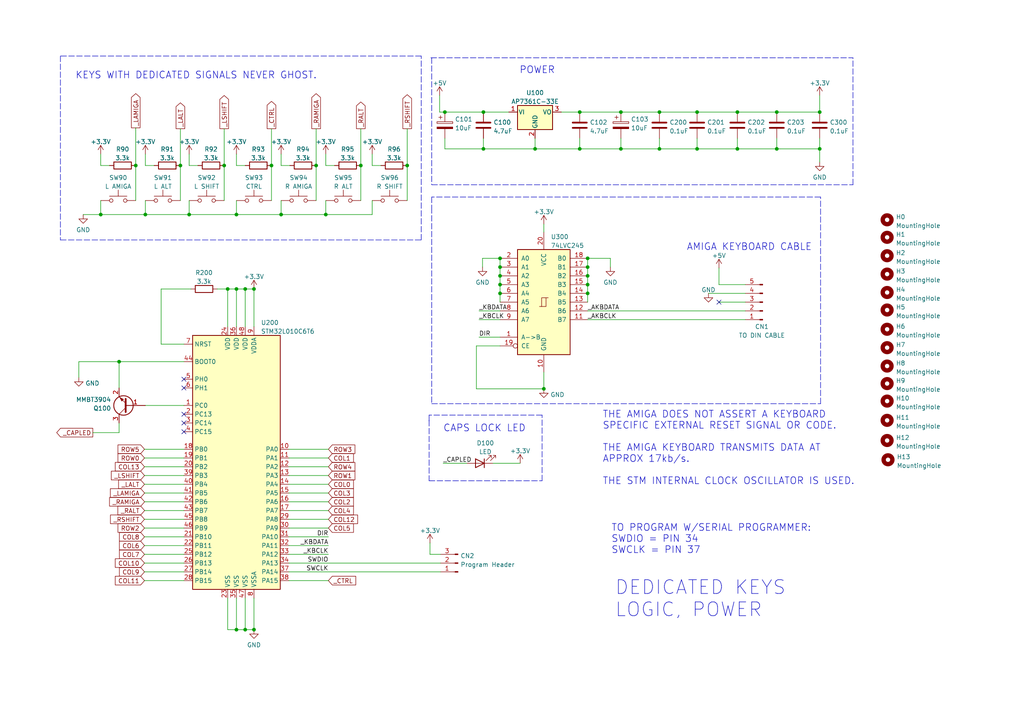
<source format=kicad_sch>
(kicad_sch (version 20211123) (generator eeschema)
  (paper "A4")
  (title_block (title "Amiga Keyboard") (date "2022-09-20") (rev "1"))
  (lib_symbols
    (symbol "74xx:74HC245" (pin_names (offset 1.016))
      (property "Reference" "U" (at -7.62 16.51 0))
      (property "Value" "74HC245" (at -7.62 -16.51 0))
      (symbol "74HC245_1_0"
        (polyline (pts (xy -0.635 -1.27) (xy -0.635 1.27) (xy 0.635 1.27)))
        (polyline (pts (xy -1.27 -1.27) (xy 0.635 -1.27) (xy 0.635 1.27) (xy 1.27 1.27)))
        (pin input line (at -12.7 -10.16 0) (length 5.08) (name "A->B") (number "1"))
        (pin power_in line (at 0 -20.32 90) (length 5.08) (name "GND") (number "10"))
        (pin tri_state line (at 12.7 -5.08 180) (length 5.08) (name "B7") (number "11"))
        (pin tri_state line (at 12.7 -2.54 180) (length 5.08) (name "B6") (number "12"))
        (pin tri_state line (at 12.7 0 180) (length 5.08) (name "B5") (number "13"))
        (pin tri_state line (at 12.7 2.54 180) (length 5.08) (name "B4") (number "14"))
        (pin tri_state line (at 12.7 5.08 180) (length 5.08) (name "B3") (number "15"))
        (pin tri_state line (at 12.7 7.62 180) (length 5.08) (name "B2") (number "16"))
        (pin tri_state line (at 12.7 10.16 180) (length 5.08) (name "B1") (number "17"))
        (pin tri_state line (at 12.7 12.7 180) (length 5.08) (name "B0") (number "18"))
        (pin input inverted (at -12.7 -12.7 0) (length 5.08) (name "CE") (number "19"))
        (pin tri_state line (at -12.7 12.7 0) (length 5.08) (name "A0") (number "2"))
        (pin power_in line (at 0 20.32 270) (length 5.08) (name "VCC") (number "20"))
        (pin tri_state line (at -12.7 10.16 0) (length 5.08) (name "A1") (number "3"))
        (pin tri_state line (at -12.7 7.62 0) (length 5.08) (name "A2") (number "4"))
        (pin tri_state line (at -12.7 5.08 0) (length 5.08) (name "A3") (number "5"))
        (pin tri_state line (at -12.7 2.54 0) (length 5.08) (name "A4") (number "6"))
        (pin tri_state line (at -12.7 0 0) (length 5.08) (name "A5") (number "7"))
        (pin tri_state line (at -12.7 -2.54 0) (length 5.08) (name "A6") (number "8"))
        (pin tri_state line (at -12.7 -5.08 0) (length 5.08) (name "A7") (number "9"))
      )
      (symbol "74HC245_1_1"
        (rectangle (start -7.62 15.24) (end 7.62 -15.24) (stroke (width 0.254)) (fill (type background)))
      )
    )
    (symbol "Connector:Conn_01x03_Male" (pin_names (offset 1.016) hide)
      (property "Reference" "J" (at 0 5.08 0))
      (property "Value" "Conn_01x03_Male" (at 0 -5.08 0))
      (symbol "Conn_01x03_Male_1_1"
        (polyline (pts (xy 1.27 -2.54) (xy 0.8636 -2.54)) (stroke (width 0.1524)))
        (polyline (pts (xy 1.27 0) (xy 0.8636 0)) (stroke (width 0.1524)))
        (polyline (pts (xy 1.27 2.54) (xy 0.8636 2.54)) (stroke (width 0.1524)))
        (rectangle (start 0.8636 -2.413) (end 0 -2.667) (stroke (width 0.1524)) (fill (type outline)))
        (rectangle (start 0.8636 0.127) (end 0 -0.127) (stroke (width 0.1524)) (fill (type outline)))
        (rectangle (start 0.8636 2.667) (end 0 2.413) (stroke (width 0.1524)) (fill (type outline)))
        (pin passive line (at 5.08 2.54 180) (length 3.81) (name "Pin_1") (number "1"))
        (pin passive line (at 5.08 0 180) (length 3.81) (name "Pin_2") (number "2"))
        (pin passive line (at 5.08 -2.54 180) (length 3.81) (name "Pin_3") (number "3"))
      )
    )
    (symbol "Connector:Conn_01x05_Male" (pin_names (offset 1.016) hide)
      (property "Reference" "J" (at 0 7.62 0))
      (property "Value" "Conn_01x05_Male" (at 0 -7.62 0))
      (symbol "Conn_01x05_Male_1_1"
        (polyline (pts (xy 1.27 -5.08) (xy 0.8636 -5.08)) (stroke (width 0.1524)))
        (polyline (pts (xy 1.27 -2.54) (xy 0.8636 -2.54)) (stroke (width 0.1524)))
        (polyline (pts (xy 1.27 0) (xy 0.8636 0)) (stroke (width 0.1524)))
        (polyline (pts (xy 1.27 2.54) (xy 0.8636 2.54)) (stroke (width 0.1524)))
        (polyline (pts (xy 1.27 5.08) (xy 0.8636 5.08)) (stroke (width 0.1524)))
        (rectangle (start 0.8636 -4.953) (end 0 -5.207) (stroke (width 0.1524)) (fill (type outline)))
        (rectangle (start 0.8636 -2.413) (end 0 -2.667) (stroke (width 0.1524)) (fill (type outline)))
        (rectangle (start 0.8636 0.127) (end 0 -0.127) (stroke (width 0.1524)) (fill (type outline)))
        (rectangle (start 0.8636 2.667) (end 0 2.413) (stroke (width 0.1524)) (fill (type outline)))
        (rectangle (start 0.8636 5.207) (end 0 4.953) (stroke (width 0.1524)) (fill (type outline)))
        (pin passive line (at 5.08 5.08 180) (length 3.81) (name "Pin_1") (number "1"))
        (pin passive line (at 5.08 2.54 180) (length 3.81) (name "Pin_2") (number "2"))
        (pin passive line (at 5.08 0 180) (length 3.81) (name "Pin_3") (number "3"))
        (pin passive line (at 5.08 -2.54 180) (length 3.81) (name "Pin_4") (number "4"))
        (pin passive line (at 5.08 -5.08 180) (length 3.81) (name "Pin_5") (number "5"))
      )
    )
    (symbol "Device:C" (pin_numbers hide) (pin_names (offset 0.254))
      (property "Reference" "C" (at 0.635 2.54 0))
      (property "Value" "C" (at 0.635 -2.54 0))
      (symbol "C_0_1"
        (polyline (pts (xy -2.032 -0.762) (xy 2.032 -0.762)) (stroke (width 0.508)))
        (polyline (pts (xy -2.032 0.762) (xy 2.032 0.762)) (stroke (width 0.508)))
      )
      (symbol "C_1_1"
        (pin passive line (at 0 3.81 270) (length 2.794) (name "~") (number "1"))
        (pin passive line (at 0 -3.81 90) (length 2.794) (name "~") (number "2"))
      )
    )
    (symbol "Device:C_Polarized" (pin_numbers hide) (pin_names (offset 0.254))
      (property "Reference" "C" (at 0.635 2.54 0))
      (property "Value" "C_Polarized" (at 0.635 -2.54 0))
      (symbol "C_Polarized_0_1"
        (rectangle (start -2.286 0.508) (end 2.286 1.016))
        (polyline (pts (xy -1.778 2.286) (xy -0.762 2.286)))
        (polyline (pts (xy -1.27 2.794) (xy -1.27 1.778)))
        (rectangle (start 2.286 -0.508) (end -2.286 -1.016) (fill (type outline)))
      )
      (symbol "C_Polarized_1_1"
        (pin passive line (at 0 3.81 270) (length 2.794) (name "~") (number "1"))
        (pin passive line (at 0 -3.81 90) (length 2.794) (name "~") (number "2"))
      )
    )
    (symbol "Device:LED" (pin_numbers hide) (pin_names (offset 1.016) hide)
      (property "Reference" "D" (at 0 2.54 0))
      (property "Value" "LED" (at 0 -2.54 0))
      (symbol "LED_0_1"
        (polyline (pts (xy -1.27 -1.27) (xy -1.27 1.27)) (stroke (width 0.254)))
        (polyline (pts (xy -1.27 0) (xy 1.27 0)))
        (polyline (pts (xy 1.27 -1.27) (xy 1.27 1.27) (xy -1.27 0) (xy 1.27 -1.27)) (stroke (width 0.254)))
        (polyline (pts (xy -3.048 -0.762) (xy -4.572 -2.286) (xy -3.81 -2.286) (xy -4.572 -2.286) (xy -4.572 -1.524)))
        (polyline (pts (xy -1.778 -0.762) (xy -3.302 -2.286) (xy -2.54 -2.286) (xy -3.302 -2.286) (xy -3.302 -1.524)))
      )
      (symbol "LED_1_1"
        (pin passive line (at -3.81 0 0) (length 2.54) (name "K") (number "1"))
        (pin passive line (at 3.81 0 180) (length 2.54) (name "A") (number "2"))
      )
    )
    (symbol "Device:R" (pin_numbers hide) (pin_names (offset 0))
      (property "Reference" "R" (at 2.032 0 90))
      (property "Value" "R" (at 0 0 90))
      (symbol "R_0_1"
        (rectangle (start -1.016 -2.54) (end 1.016 2.54) (stroke (width 0.254)))
      )
      (symbol "R_1_1"
        (pin passive line (at 0 3.81 270) (length 1.27) (name "~") (number "1"))
        (pin passive line (at 0 -3.81 90) (length 1.27) (name "~") (number "2"))
      )
    )
    (symbol "MCU_ST_STM32L0:STM32L031C4Tx"
      (property "Reference" "U" (at -12.7 36.83 0))
      (property "Value" "STM32L031C4Tx" (at 7.62 36.83 0))
      (symbol "STM32L031C4Tx_0_1"
        (rectangle (start -12.7 -38.1) (end 12.7 35.56) (stroke (width 0.254)) (fill (type background)))
      )
      (symbol "STM32L031C4Tx_1_1"
        (pin bidirectional line (at -15.24 15.24 0) (length 2.54) (name "PC0") (number "1"))
        (pin bidirectional line (at 15.24 2.54 180) (length 2.54) (name "PA0") (number "10"))
        (pin bidirectional line (at 15.24 0 180) (length 2.54) (name "PA1") (number "11"))
        (pin bidirectional line (at 15.24 -2.54 180) (length 2.54) (name "PA2") (number "12"))
        (pin bidirectional line (at 15.24 -5.08 180) (length 2.54) (name "PA3") (number "13"))
        (pin bidirectional line (at 15.24 -7.62 180) (length 2.54) (name "PA4") (number "14"))
        (pin bidirectional line (at 15.24 -10.16 180) (length 2.54) (name "PA5") (number "15"))
        (pin bidirectional line (at 15.24 -12.7 180) (length 2.54) (name "PA6") (number "16"))
        (pin bidirectional line (at 15.24 -15.24 180) (length 2.54) (name "PA7") (number "17"))
        (pin bidirectional line (at -15.24 2.54 0) (length 2.54) (name "PB0") (number "18"))
        (pin bidirectional line (at -15.24 0 0) (length 2.54) (name "PB1") (number "19"))
        (pin bidirectional line (at -15.24 12.7 0) (length 2.54) (name "PC13") (number "2"))
        (pin bidirectional line (at -15.24 -2.54 0) (length 2.54) (name "PB2") (number "20"))
        (pin bidirectional line (at -15.24 -22.86 0) (length 2.54) (name "PB10") (number "21"))
        (pin bidirectional line (at -15.24 -25.4 0) (length 2.54) (name "PB11") (number "22"))
        (pin power_in line (at -2.54 -40.64 90) (length 2.54) (name "VSS") (number "23"))
        (pin power_in line (at -2.54 38.1 270) (length 2.54) (name "VDD") (number "24"))
        (pin bidirectional line (at -15.24 -27.94 0) (length 2.54) (name "PB12") (number "25"))
        (pin bidirectional line (at -15.24 -30.48 0) (length 2.54) (name "PB13") (number "26"))
        (pin bidirectional line (at -15.24 -33.02 0) (length 2.54) (name "PB14") (number "27"))
        (pin bidirectional line (at -15.24 -35.56 0) (length 2.54) (name "PB15") (number "28"))
        (pin bidirectional line (at 15.24 -17.78 180) (length 2.54) (name "PA8") (number "29"))
        (pin bidirectional line (at -15.24 10.16 0) (length 2.54) (name "PC14") (number "3"))
        (pin bidirectional line (at 15.24 -20.32 180) (length 2.54) (name "PA9") (number "30"))
        (pin bidirectional line (at 15.24 -22.86 180) (length 2.54) (name "PA10") (number "31"))
        (pin bidirectional line (at 15.24 -25.4 180) (length 2.54) (name "PA11") (number "32"))
        (pin bidirectional line (at 15.24 -27.94 180) (length 2.54) (name "PA12") (number "33"))
        (pin bidirectional line (at 15.24 -30.48 180) (length 2.54) (name "PA13") (number "34"))
        (pin power_in line (at 0 -40.64 90) (length 2.54) (name "VSS") (number "35"))
        (pin power_in line (at 0 38.1 270) (length 2.54) (name "VDD") (number "36"))
        (pin bidirectional line (at 15.24 -33.02 180) (length 2.54) (name "PA14") (number "37"))
        (pin bidirectional line (at 15.24 -35.56 180) (length 2.54) (name "PA15") (number "38"))
        (pin bidirectional line (at -15.24 -5.08 0) (length 2.54) (name "PB3") (number "39"))
        (pin bidirectional line (at -15.24 7.62 0) (length 2.54) (name "PC15") (number "4"))
        (pin bidirectional line (at -15.24 -7.62 0) (length 2.54) (name "PB4") (number "40"))
        (pin bidirectional line (at -15.24 -10.16 0) (length 2.54) (name "PB5") (number "41"))
        (pin bidirectional line (at -15.24 -12.7 0) (length 2.54) (name "PB6") (number "42"))
        (pin bidirectional line (at -15.24 -15.24 0) (length 2.54) (name "PB7") (number "43"))
        (pin input line (at -15.24 27.94 0) (length 2.54) (name "BOOT0") (number "44"))
        (pin bidirectional line (at -15.24 -17.78 0) (length 2.54) (name "PB8") (number "45"))
        (pin bidirectional line (at -15.24 -20.32 0) (length 2.54) (name "PB9") (number "46"))
        (pin power_in line (at 2.54 -40.64 90) (length 2.54) (name "VSS") (number "47"))
        (pin power_in line (at 2.54 38.1 270) (length 2.54) (name "VDD") (number "48"))
        (pin input line (at -15.24 22.86 0) (length 2.54) (name "PH0") (number "5"))
        (pin input line (at -15.24 20.32 0) (length 2.54) (name "PH1") (number "6"))
        (pin input line (at -15.24 33.02 0) (length 2.54) (name "NRST") (number "7"))
        (pin power_in line (at 5.08 -40.64 90) (length 2.54) (name "VSSA") (number "8"))
        (pin power_in line (at 5.08 38.1 270) (length 2.54) (name "VDDA") (number "9"))
      )
    )
    (symbol "Mechanical:MountingHole" (pin_names (offset 1.016))
      (property "Reference" "H" (at 0 5.08 0))
      (property "Value" "MountingHole" (at 0 3.175 0))
      (symbol "MountingHole_0_1"
        (circle (center 0 0) (radius 1.27) (stroke (width 1.27)))
      )
    )
    (symbol "Regulator_Linear:AP7361C-33E" (pin_names (offset 0.254))
      (property "Reference" "U" (at -3.81 3.175 0))
      (property "Value" "AP7361C-33E" (at 0 3.175 0))
      (symbol "AP7361C-33E_0_1"
        (rectangle (start -5.08 -5.08) (end 5.08 1.905) (stroke (width 0.254)) (fill (type background)))
      )
      (symbol "AP7361C-33E_1_1"
        (pin power_in line (at -7.62 0 0) (length 2.54) (name "VI") (number "1"))
        (pin power_in line (at 0 -7.62 90) (length 2.54) (name "GND") (number "2"))
        (pin power_out line (at 7.62 0 180) (length 2.54) (name "VO") (number "3"))
      )
    )
    (symbol "Switch:SW_Push" (pin_numbers hide) (pin_names (offset 1.016) hide)
      (property "Reference" "SW" (at 1.27 2.54 0))
      (property "Value" "SW_Push" (at 0 -1.524 0))
      (symbol "SW_Push_0_1"
        (circle (center -2.032 0) (radius 0.508))
        (polyline (pts (xy 0 1.27) (xy 0 3.048)))
        (polyline (pts (xy 2.54 1.27) (xy -2.54 1.27)))
        (circle (center 2.032 0) (radius 0.508))
        (pin passive line (at -5.08 0 0) (length 2.54) (name "1") (number "1"))
        (pin passive line (at 5.08 0 180) (length 2.54) (name "2") (number "2"))
      )
    )
    (symbol "Transistor_BJT:MMBT3904" (pin_names (offset 0) hide)
      (property "Reference" "Q" (at 5.08 1.905 0))
      (property "Value" "MMBT3904" (at 5.08 0 0))
      (symbol "MMBT3904_0_1"
        (polyline (pts (xy 0.635 0.635) (xy 2.54 2.54)))
        (polyline (pts (xy 0.635 -0.635) (xy 2.54 -2.54) (xy 2.54 -2.54)))
        (polyline (pts (xy 0.635 1.905) (xy 0.635 -1.905) (xy 0.635 -1.905)) (stroke (width 0.508)))
        (polyline (pts (xy 1.27 -1.778) (xy 1.778 -1.27) (xy 2.286 -2.286) (xy 1.27 -1.778) (xy 1.27 -1.778)) (fill (type outline)))
        (circle (center 1.27 0) (radius 2.8194) (stroke (width 0.254)))
      )
      (symbol "MMBT3904_1_1"
        (pin input line (at -5.08 0 0) (length 5.715) (name "B") (number "1"))
        (pin passive line (at 2.54 -5.08 90) (length 2.54) (name "E") (number "2"))
        (pin passive line (at 2.54 5.08 270) (length 2.54) (name "C") (number "3"))
      )
    )
    (symbol "power:+3.3V" (power) (pin_names (offset 0))
      (property "Value" "+3.3V" (at 0 3.556 0))
      (symbol "+3.3V_0_1"
        (polyline (pts (xy -0.762 1.27) (xy 0 2.54)))
        (polyline (pts (xy 0 0) (xy 0 2.54)))
        (polyline (pts (xy 0 2.54) (xy 0.762 1.27)))
      )
      (symbol "+3.3V_1_1"
        (pin power_in line (at 0 0 90) (length 0) hide (name "+3.3V") (number "1"))
      )
    )
    (symbol "power:+5V" (power) (pin_names (offset 0))
      (property "Value" "+5V" (at 0 3.556 0))
      (symbol "+5V_0_1"
        (polyline (pts (xy -0.762 1.27) (xy 0 2.54)))
        (polyline (pts (xy 0 0) (xy 0 2.54)))
        (polyline (pts (xy 0 2.54) (xy 0.762 1.27)))
      )
      (symbol "+5V_1_1"
        (pin power_in line (at 0 0 90) (length 0) hide (name "+5V") (number "1"))
      )
    )
    (symbol "power:GND" (power) (pin_names (offset 0))
      (property "Value" "GND" (at 0 -3.81 0))
      (symbol "GND_0_1"
        (polyline (pts (xy 0 0) (xy 0 -1.27) (xy 1.27 -1.27) (xy 0 -2.54) (xy -1.27 -1.27) (xy 0 -1.27)))
      )
      (symbol "GND_1_1"
        (pin power_in line (at 0 0 270) (length 0) hide (name "GND") (number "1"))
      )
    )
  )
  (junction (at 145.034 85.09))
  (junction (at 145.034 74.93))
  (junction (at 71.12 83.82))
  (junction (at 180.086 32.512))
  (junction (at 104.648 48.006))
  (junction (at 73.66 182.626))
  (junction (at 191.262 43.18))
  (junction (at 225.298 32.512))
  (junction (at 202.184 43.18))
  (junction (at 180.086 43.18))
  (junction (at 78.74 48.006))
  (junction (at 66.04 83.82))
  (junction (at 191.262 32.512))
  (junction (at 145.034 82.55))
  (junction (at 170.434 82.55))
  (junction (at 71.12 182.626))
  (junction (at 39.37 48.006))
  (junction (at 213.868 43.18))
  (junction (at 170.434 85.09))
  (junction (at 91.694 48.006))
  (junction (at 145.034 80.01))
  (junction (at 52.324 48.006))
  (junction (at 213.868 32.512))
  (junction (at 170.434 80.01))
  (junction (at 170.434 74.93))
  (junction (at 94.488 62.23))
  (junction (at 170.434 77.47))
  (junction (at 42.164 62.23))
  (junction (at 237.744 43.18))
  (junction (at 140.208 43.18))
  (junction (at 118.11 48.006))
  (junction (at 54.864 62.23))
  (junction (at 68.58 83.82))
  (junction (at 81.534 62.23))
  (junction (at 155.194 43.18))
  (junction (at 129.032 32.512))
  (junction (at 73.66 83.82))
  (junction (at 68.58 182.626))
  (junction (at 157.734 112.776))
  (junction (at 202.184 32.512))
  (junction (at 34.544 104.902))
  (junction (at 168.148 32.512))
  (junction (at 65.024 48.006))
  (junction (at 145.034 77.47))
  (junction (at 29.21 62.23))
  (junction (at 237.744 32.512))
  (junction (at 140.208 32.512))
  (junction (at 68.58 62.23))
  (junction (at 168.148 43.18))
  (junction (at 225.298 43.18))
  (no_connect (at 208.534 87.63))
  (no_connect (at 53.34 125.222))
  (no_connect (at 53.34 122.682))
  (no_connect (at 53.34 120.142))
  (no_connect (at 53.34 112.522))
  (no_connect (at 53.34 109.982))
  (wire (pts (xy 68.58 44.704) (xy 68.58 48.006)))
  (wire (pts (xy 83.82 145.542) (xy 95.25 145.542)))
  (wire (pts (xy 66.04 182.626) (xy 68.58 182.626)))
  (wire (pts (xy 118.11 48.006) (xy 118.11 58.166)))
  (wire (pts (xy 78.74 37.338) (xy 78.74 48.006)))
  (wire (pts (xy 71.12 173.482) (xy 71.12 182.626)))
  (wire (pts (xy 145.034 77.47) (xy 145.034 74.93)))
  (wire (pts (xy 168.148 43.18) (xy 180.086 43.18)))
  (wire (pts (xy 39.37 37.084) (xy 39.37 48.006)))
  (wire (pts (xy 170.434 90.17) (xy 216.154 90.17)))
  (wire (pts (xy 83.82 153.162) (xy 95.25 153.162)))
  (wire (pts (xy 41.91 165.862) (xy 53.34 165.862)))
  (wire (pts (xy 129.032 32.512) (xy 127.508 32.512)))
  (wire (pts (xy 168.148 40.132) (xy 168.148 43.18)))
  (wire (pts (xy 68.58 173.482) (xy 68.58 182.626)))
  (wire (pts (xy 145.034 74.93) (xy 139.954 74.93)))
  (wire (pts (xy 68.58 83.82) (xy 68.58 94.742)))
  (wire (pts (xy 54.864 44.704) (xy 54.864 48.006)))
  (wire (pts (xy 83.82 140.462) (xy 95.25 140.462)))
  (wire (pts (xy 213.868 43.18) (xy 225.298 43.18)))
  (wire (pts (xy 42.164 117.602) (xy 53.34 117.602)))
  (wire (pts (xy 78.74 48.006) (xy 78.74 58.166)))
  (wire (pts (xy 71.12 83.82) (xy 73.66 83.82)))
  (wire (pts (xy 138.938 90.17) (xy 145.034 90.17)))
  (wire (pts (xy 157.734 107.95) (xy 157.734 112.776)))
  (wire (pts (xy 191.262 43.18) (xy 202.184 43.18)))
  (wire (pts (xy 41.91 135.382) (xy 53.34 135.382)))
  (wire (pts (xy 225.298 32.512) (xy 237.744 32.512)))
  (wire (pts (xy 168.148 32.512) (xy 180.086 32.512)))
  (wire (pts (xy 41.91 168.402) (xy 53.34 168.402)))
  (polyline (pts (xy 122.174 16.256) (xy 17.526 16.256)))
  (wire (pts (xy 66.04 94.742) (xy 66.04 83.82)))
  (polyline (pts (xy 237.998 57.15) (xy 125.222 57.15)))
  (wire (pts (xy 66.04 173.482) (xy 66.04 182.626)))
  (wire (pts (xy 42.164 58.166) (xy 42.164 62.23)))
  (wire (pts (xy 81.534 62.23) (xy 94.488 62.23)))
  (wire (pts (xy 145.034 87.63) (xy 145.034 85.09)))
  (wire (pts (xy 225.298 40.132) (xy 225.298 43.18)))
  (wire (pts (xy 41.91 163.322) (xy 53.34 163.322)))
  (wire (pts (xy 145.034 82.55) (xy 145.034 80.01)))
  (wire (pts (xy 42.164 62.23) (xy 54.864 62.23)))
  (wire (pts (xy 95.25 168.402) (xy 83.82 168.402)))
  (wire (pts (xy 138.176 100.33) (xy 145.034 100.33)))
  (wire (pts (xy 41.91 150.622) (xy 53.34 150.622)))
  (wire (pts (xy 83.82 148.082) (xy 95.25 148.082)))
  (wire (pts (xy 107.95 44.704) (xy 107.95 48.006)))
  (wire (pts (xy 237.744 43.18) (xy 237.744 46.99)))
  (wire (pts (xy 157.734 65.024) (xy 157.734 67.31)))
  (wire (pts (xy 180.086 40.132) (xy 180.086 43.18)))
  (wire (pts (xy 170.434 80.01) (xy 170.434 82.55)))
  (polyline (pts (xy 122.174 69.596) (xy 122.174 16.256)))
  (wire (pts (xy 83.82 143.002) (xy 95.25 143.002)))
  (wire (pts (xy 41.9435 145.542) (xy 53.34 145.542)))
  (wire (pts (xy 180.086 32.512) (xy 191.262 32.512)))
  (wire (pts (xy 170.434 74.93) (xy 170.434 77.47)))
  (wire (pts (xy 31.75 48.006) (xy 29.21 48.006)))
  (wire (pts (xy 118.11 37.338) (xy 118.11 48.006)))
  (wire (pts (xy 83.82 165.862) (xy 127.762 165.862)))
  (polyline (pts (xy 157.226 139.446) (xy 157.226 120.396)))
  (wire (pts (xy 83.82 150.622) (xy 95.25 150.622)))
  (wire (pts (xy 91.694 37.338) (xy 91.694 48.006)))
  (wire (pts (xy 191.262 32.512) (xy 202.184 32.512)))
  (wire (pts (xy 68.58 182.626) (xy 71.12 182.626)))
  (wire (pts (xy 41.91 140.462) (xy 53.34 140.462)))
  (wire (pts (xy 41.91 153.162) (xy 53.34 153.162)))
  (wire (pts (xy 104.648 48.006) (xy 104.648 58.166)))
  (wire (pts (xy 147.574 32.512) (xy 140.208 32.512)))
  (wire (pts (xy 62.992 83.82) (xy 66.04 83.82)))
  (wire (pts (xy 65.024 37.338) (xy 65.024 48.006)))
  (polyline (pts (xy 17.526 16.256) (xy 17.526 69.596)))
  (wire (pts (xy 41.9435 148.082) (xy 53.34 148.082)))
  (wire (pts (xy 157.734 112.776) (xy 138.176 112.776)))
  (polyline (pts (xy 124.46 120.396) (xy 124.46 122.174)))
  (wire (pts (xy 94.488 58.166) (xy 94.488 62.23)))
  (wire (pts (xy 216.154 82.55) (xy 208.534 82.55)))
  (wire (pts (xy 71.12 83.82) (xy 71.12 94.742)))
  (wire (pts (xy 41.91 132.842) (xy 53.34 132.842)))
  (wire (pts (xy 202.184 43.18) (xy 213.868 43.18)))
  (wire (pts (xy 41.91 155.702) (xy 53.34 155.702)))
  (polyline (pts (xy 125.222 117.094) (xy 237.998 117.094)))
  (wire (pts (xy 68.58 58.166) (xy 68.58 62.23)))
  (wire (pts (xy 29.21 62.23) (xy 42.164 62.23)))
  (wire (pts (xy 83.82 137.922) (xy 95.25 137.922)))
  (wire (pts (xy 41.91 158.242) (xy 53.34 158.242)))
  (polyline (pts (xy 125.222 16.764) (xy 125.222 53.594)))
  (wire (pts (xy 83.82 132.842) (xy 95.25 132.842)))
  (wire (pts (xy 94.488 44.704) (xy 94.488 48.006)))
  (polyline (pts (xy 124.46 139.446) (xy 157.226 139.446)))
  (wire (pts (xy 170.434 85.09) (xy 170.434 87.63)))
  (wire (pts (xy 91.694 48.006) (xy 91.694 58.166)))
  (polyline (pts (xy 17.526 69.596) (xy 122.174 69.596)))
  (wire (pts (xy 65.024 48.006) (xy 65.024 58.166)))
  (wire (pts (xy 110.49 48.006) (xy 107.95 48.006)))
  (polyline (pts (xy 124.968 16.764) (xy 247.396 16.764)))
  (wire (pts (xy 41.9435 143.002) (xy 53.34 143.002)))
  (wire (pts (xy 177.038 74.93) (xy 177.038 77.47)))
  (wire (pts (xy 46.736 99.822) (xy 46.736 83.82)))
  (wire (pts (xy 42.164 44.704) (xy 42.164 48.006)))
  (wire (pts (xy 104.648 37.338) (xy 104.648 48.006)))
  (wire (pts (xy 138.176 112.776) (xy 138.176 100.33)))
  (wire (pts (xy 145.034 85.09) (xy 145.034 82.55)))
  (wire (pts (xy 129.032 40.132) (xy 129.032 43.18)))
  (wire (pts (xy 24.13 62.23) (xy 29.21 62.23)))
  (wire (pts (xy 83.82 163.322) (xy 127.762 163.322)))
  (wire (pts (xy 237.744 40.132) (xy 237.744 43.18)))
  (wire (pts (xy 41.91 137.922) (xy 53.34 137.922)))
  (polyline (pts (xy 125.222 57.15) (xy 125.222 60.198)))
  (wire (pts (xy 129.032 43.18) (xy 140.208 43.18)))
  (wire (pts (xy 57.404 48.006) (xy 54.864 48.006)))
  (polyline (pts (xy 157.226 120.396) (xy 124.46 120.396)))
  (wire (pts (xy 34.544 122.682) (xy 34.544 125.476)))
  (wire (pts (xy 140.208 32.512) (xy 129.032 32.512)))
  (wire (pts (xy 213.868 40.132) (xy 213.868 43.18)))
  (wire (pts (xy 138.938 97.79) (xy 145.034 97.79)))
  (wire (pts (xy 237.744 27.686) (xy 237.744 32.512)))
  (wire (pts (xy 41.91 130.302) (xy 53.34 130.302)))
  (wire (pts (xy 83.82 130.302) (xy 95.25 130.302)))
  (wire (pts (xy 54.864 58.166) (xy 54.864 62.23)))
  (wire (pts (xy 52.324 48.006) (xy 52.324 58.166)))
  (wire (pts (xy 170.434 77.47) (xy 170.434 80.01)))
  (wire (pts (xy 155.194 40.132) (xy 155.194 43.18)))
  (wire (pts (xy 202.184 32.512) (xy 213.868 32.512)))
  (wire (pts (xy 94.488 62.23) (xy 107.95 62.23)))
  (polyline (pts (xy 124.46 121.92) (xy 124.46 139.446)))
  (wire (pts (xy 225.298 43.18) (xy 237.744 43.18)))
  (wire (pts (xy 208.534 77.724) (xy 208.534 82.55)))
  (wire (pts (xy 84.074 48.006) (xy 81.534 48.006)))
  (wire (pts (xy 213.868 32.512) (xy 225.298 32.512)))
  (wire (pts (xy 81.534 58.166) (xy 81.534 62.23)))
  (wire (pts (xy 81.534 44.704) (xy 81.534 48.006)))
  (wire (pts (xy 216.154 85.09) (xy 205.486 85.09)))
  (wire (pts (xy 180.086 43.18) (xy 191.262 43.18)))
  (wire (pts (xy 39.37 48.006) (xy 39.37 58.166)))
  (wire (pts (xy 41.91 160.782) (xy 53.34 160.782)))
  (wire (pts (xy 138.938 92.71) (xy 145.034 92.71)))
  (wire (pts (xy 140.208 43.18) (xy 155.194 43.18)))
  (wire (pts (xy 162.814 32.512) (xy 168.148 32.512)))
  (wire (pts (xy 83.82 135.382) (xy 95.25 135.382)))
  (wire (pts (xy 29.21 58.166) (xy 29.21 62.23)))
  (wire (pts (xy 71.12 48.006) (xy 68.58 48.006)))
  (wire (pts (xy 34.544 104.902) (xy 53.34 104.902)))
  (polyline (pts (xy 125.222 53.594) (xy 247.396 53.594)))
  (wire (pts (xy 202.184 40.132) (xy 202.184 43.18)))
  (wire (pts (xy 68.58 62.23) (xy 81.534 62.23)))
  (wire (pts (xy 139.954 74.93) (xy 139.954 77.47)))
  (wire (pts (xy 191.262 40.132) (xy 191.262 43.18)))
  (wire (pts (xy 34.544 125.476) (xy 26.924 125.476)))
  (wire (pts (xy 73.66 83.82) (xy 73.66 94.742)))
  (wire (pts (xy 170.434 74.93) (xy 177.038 74.93)))
  (wire (pts (xy 46.736 99.822) (xy 53.34 99.822)))
  (wire (pts (xy 52.324 37.338) (xy 52.324 48.006)))
  (wire (pts (xy 107.95 58.166) (xy 107.95 62.23)))
  (wire (pts (xy 127.508 27.686) (xy 127.508 32.512)))
  (wire (pts (xy 170.434 82.55) (xy 170.434 85.09)))
  (wire (pts (xy 83.82 158.242) (xy 95.25 158.242)))
  (wire (pts (xy 22.86 104.902) (xy 34.544 104.902)))
  (wire (pts (xy 145.034 80.01) (xy 145.034 77.47)))
  (wire (pts (xy 29.21 44.704) (xy 29.21 48.006)))
  (wire (pts (xy 73.66 182.626) (xy 73.66 173.482)))
  (wire (pts (xy 34.544 112.522) (xy 34.544 104.902)))
  (wire (pts (xy 143.002 134.366) (xy 150.876 134.366)))
  (polyline (pts (xy 125.222 60.198) (xy 125.222 117.094)))
  (wire (pts (xy 127.762 160.782) (xy 124.714 160.782)))
  (wire (pts (xy 216.154 87.63) (xy 208.534 87.63)))
  (wire (pts (xy 46.736 83.82) (xy 55.372 83.82)))
  (wire (pts (xy 22.86 104.902) (xy 22.86 109.474)))
  (wire (pts (xy 54.864 62.23) (xy 68.58 62.23)))
  (wire (pts (xy 83.82 160.782) (xy 95.25 160.782)))
  (wire (pts (xy 155.194 43.18) (xy 168.148 43.18)))
  (wire (pts (xy 68.58 83.82) (xy 71.12 83.82)))
  (wire (pts (xy 97.028 48.006) (xy 94.488 48.006)))
  (wire (pts (xy 128.524 134.366) (xy 135.382 134.366)))
  (wire (pts (xy 124.714 157.48) (xy 124.714 160.782)))
  (polyline (pts (xy 247.396 53.594) (xy 247.396 16.764)))
  (wire (pts (xy 44.704 48.006) (xy 42.164 48.006)))
  (wire (pts (xy 83.82 155.702) (xy 95.25 155.702)))
  (wire (pts (xy 66.04 83.82) (xy 68.58 83.82)))
  (wire (pts (xy 170.434 92.71) (xy 216.154 92.71)))
  (polyline (pts (xy 237.998 117.094) (xy 237.998 57.15)))
  (wire (pts (xy 140.208 40.132) (xy 140.208 43.18)))
  (wire (pts (xy 71.12 182.626) (xy 73.66 182.626)))
  (text "AMIGA KEYBOARD CABLE" (at 199.136 72.898 0) (effects (font (size 2 2)) (justify left bottom)))
  (text "TO PROGRAM W/SERIAL PROGRAMMER: \nSWDIO = PIN 34\nSWCLK = PIN 37" (at 177.292 160.782 0) (effects (font (size 2 2)) (justify left bottom)))
  (text "POWER" (at 150.622 21.59 0) (effects (font (size 2 2)) (justify left bottom)))
  (text "CAPS LOCK LED" (at 128.524 125.476 0) (effects (font (size 2 2)) (justify left bottom)))
  (text "KEYS WITH DEDICATED SIGNALS NEVER GHOST." (at 21.844 23.114 0) (effects (font (size 2 2)) (justify left bottom)))
  (text "THE AMIGA DOES NOT ASSERT A KEYBOARD\nSPECIFIC EXTERNAL RESET SIGNAL OR CODE.\n\nTHE AMIGA KEYBOARD TRANSMITS DATA AT\nAPPROX 17kb/s. \n\nTHE STM INTERNAL CLOCK OSCILLATOR IS USED.\n\n" (at 174.752 144.018 0) (effects (font (size 2 2)) (justify left bottom)))
  (text "DEDICATED KEYS\nLOGIC, POWER" (at 178.308 179.324 0) (effects (font (size 4 4)) (justify left bottom)))
  (label "SWCLK" (at 95.25 165.862 180))
  (label "DIR" (at 95.25 155.702 180))
  (label "_KBCLK" (at 95.25 160.782 180))
  (label "_AKBCLK" (at 170.434 92.71 0))
  (label "_KBCLK" (at 138.938 92.71 0))
  (label "SWDIO" (at 95.25 163.322 180))
  (label "_CAPLED" (at 128.524 134.366 0))
  (label "_KBDATA" (at 95.25 158.242 180))
  (label "DIR" (at 138.938 97.79 0))
  (label "_KBDATA" (at 138.938 90.17 0))
  (label "_AKBDATA" (at 170.434 90.17 0))
  (global_label "_LALT" (shape output) (at 52.324 37.338 90) (property "Intersheet References" "${INTERSHEET_REFS}" (effects hide)))
  (global_label "_CTRL" (shape input) (at 95.25 168.402 0) (property "Intersheet References" "${INTERSHEET_REFS}" (effects hide)))
  (global_label "ROW0" (shape input) (at 41.91 132.842 180) (property "Intersheet References" "${INTERSHEET_REFS}" (effects hide)))
  (global_label "ROW5" (shape input) (at 41.91 130.302 180) (property "Intersheet References" "${INTERSHEET_REFS}" (effects hide)))
  (global_label "_RAMIGA" (shape output) (at 91.694 37.338 90) (property "Intersheet References" "${INTERSHEET_REFS}" (effects hide)))
  (global_label "_LALT" (shape input) (at 41.91 140.462 180) (property "Intersheet References" "${INTERSHEET_REFS}" (effects hide)))
  (global_label "COL8" (shape input) (at 41.91 155.702 180) (property "Intersheet References" "${INTERSHEET_REFS}" (effects hide)))
  (global_label "_CAPLED" (shape output) (at 26.924 125.476 180) (property "Intersheet References" "${INTERSHEET_REFS}" (effects hide)))
  (global_label "_RAMIGA" (shape input) (at 41.9435 145.542 180) (property "Intersheet References" "${INTERSHEET_REFS}" (effects hide)))
  (global_label "COL5" (shape input) (at 95.25 153.162 0) (property "Intersheet References" "${INTERSHEET_REFS}" (effects hide)))
  (global_label "_RALT" (shape output) (at 104.648 37.338 90) (property "Intersheet References" "${INTERSHEET_REFS}" (effects hide)))
  (global_label "_LSHIFT" (shape output) (at 65.024 37.338 90) (property "Intersheet References" "${INTERSHEET_REFS}" (effects hide)))
  (global_label "COL12" (shape input) (at 95.25 150.622 0) (property "Intersheet References" "${INTERSHEET_REFS}" (effects hide)))
  (global_label "_LSHIFT" (shape input) (at 41.91 137.922 180) (property "Intersheet References" "${INTERSHEET_REFS}" (effects hide)))
  (global_label "_CTRL" (shape output) (at 78.74 37.338 90) (property "Intersheet References" "${INTERSHEET_REFS}" (effects hide)))
  (global_label "COL11" (shape input) (at 41.91 168.402 180) (property "Intersheet References" "${INTERSHEET_REFS}" (effects hide)))
  (global_label "COL6" (shape input) (at 41.91 158.242 180) (property "Intersheet References" "${INTERSHEET_REFS}" (effects hide)))
  (global_label "COL9" (shape input) (at 41.91 165.862 180) (property "Intersheet References" "${INTERSHEET_REFS}" (effects hide)))
  (global_label "ROW3" (shape input) (at 95.25 130.302 0) (property "Intersheet References" "${INTERSHEET_REFS}" (effects hide)))
  (global_label "COL2" (shape input) (at 95.25 145.542 0) (property "Intersheet References" "${INTERSHEET_REFS}" (effects hide)))
  (global_label "_RSHIFT" (shape input) (at 41.91 150.622 180) (property "Intersheet References" "${INTERSHEET_REFS}" (effects hide)))
  (global_label "ROW1" (shape input) (at 95.25 137.922 0) (property "Intersheet References" "${INTERSHEET_REFS}" (effects hide)))
  (global_label "_RALT" (shape input) (at 41.9435 148.082 180) (property "Intersheet References" "${INTERSHEET_REFS}" (effects hide)))
  (global_label "COL13" (shape input) (at 41.91 135.382 180) (property "Intersheet References" "${INTERSHEET_REFS}" (effects hide)))
  (global_label "_RSHIFT" (shape output) (at 118.11 37.338 90) (property "Intersheet References" "${INTERSHEET_REFS}" (effects hide)))
  (global_label "ROW2" (shape input) (at 41.91 153.162 180) (property "Intersheet References" "${INTERSHEET_REFS}" (effects hide)))
  (global_label "_LAMIGA" (shape input) (at 41.9435 143.002 180) (property "Intersheet References" "${INTERSHEET_REFS}" (effects hide)))
  (global_label "COL10" (shape input) (at 41.91 163.322 180) (property "Intersheet References" "${INTERSHEET_REFS}" (effects hide)))
  (global_label "COL1" (shape input) (at 95.25 132.842 0) (property "Intersheet References" "${INTERSHEET_REFS}" (effects hide)))
  (global_label "COL0" (shape input) (at 95.25 140.462 0) (property "Intersheet References" "${INTERSHEET_REFS}" (effects hide)))
  (global_label "COL7" (shape input) (at 41.91 160.782 180) (property "Intersheet References" "${INTERSHEET_REFS}" (effects hide)))
  (global_label "COL4" (shape input) (at 95.25 148.082 0) (property "Intersheet References" "${INTERSHEET_REFS}" (effects hide)))
  (global_label "_LAMIGA" (shape output) (at 39.37 37.084 90) (property "Intersheet References" "${INTERSHEET_REFS}" (effects hide)))
  (global_label "COL3" (shape input) (at 95.25 143.002 0) (property "Intersheet References" "${INTERSHEET_REFS}" (effects hide)))
  (global_label "ROW4" (shape input) (at 95.25 135.382 0) (property "Intersheet References" "${INTERSHEET_REFS}" (effects hide)))
  (symbol (lib_id "Device:C") (at 140.208 36.322 0) (unit 1)
    (property "Reference" "C100" (at 143.129 35.4873 0) (effects (justify left)))
    (property "Value" "4.7uF" (at 143.129 38.0242 0) (effects (justify left)))
    (property "Footprint" "Capacitor_SMD:C_0805_2012Metric" (effects hide))
  )
  (symbol (lib_id "power:GND") (at 205.486 85.09 0) (unit 1)
    (property "Reference" "#PWR0114" (effects hide))
    (property "Value" "GND" (at 205.486 84.074 0))
  )
  (symbol (lib_id "Device:C") (at 213.868 36.322 0) (unit 1)
    (property "Reference" "C202" (at 216.789 35.4873 0) (effects (justify left)))
    (property "Value" "0.1uF" (at 216.789 38.0242 0) (effects (justify left)))
    (property "Footprint" "Capacitor_SMD:C_0805_2012Metric" (effects hide))
  )
  (symbol (lib_id "power:GND") (at 237.744 46.99 0) (unit 1)
    (property "Reference" "#PWR0117" (effects hide))
    (property "Value" "GND" (at 237.744 51.4334 0))
  )
  (symbol (lib_id "Mechanical:MountingHole") (at 257.302 106.172 0) (unit 1)
    (property "Reference" "H8" (at 259.842 105.3373 0) (effects (justify left)))
    (property "Value" "MountingHole" (at 259.842 107.8742 0) (effects (justify left)))
    (property "Footprint" "MountingHole:MountingHole_2.5mm" (effects hide))
  )
  (symbol (lib_id "Mechanical:MountingHole") (at 257.302 74.168 0) (unit 1)
    (property "Reference" "H2" (at 259.842 73.3333 0) (effects (justify left)))
    (property "Value" "MountingHole" (at 259.842 75.8702 0) (effects (justify left)))
    (property "Footprint" "MountingHole:MountingHole_2.5mm" (effects hide))
  )
  (symbol (lib_id "Mechanical:MountingHole") (at 257.302 100.838 0) (unit 1)
    (property "Reference" "H7" (at 259.842 100.0033 0) (effects (justify left)))
    (property "Value" "MountingHole" (at 259.842 102.5402 0) (effects (justify left)))
    (property "Footprint" "MountingHole:MountingHole_2.5mm" (effects hide))
  )
  (symbol (lib_id "power:+3.3V") (at 150.876 134.366 0) (unit 1)
    (property "Reference" "#PWR0127" (effects hide))
    (property "Value" "+3.3V" (at 150.876 130.7902 0))
  )
  (symbol (lib_id "Mechanical:MountingHole") (at 257.302 79.502 0) (unit 1)
    (property "Reference" "H3" (at 259.842 78.6673 0) (effects (justify left)))
    (property "Value" "MountingHole" (at 259.842 81.2042 0) (effects (justify left)))
    (property "Footprint" "MountingHole:MountingHole_2.5mm" (effects hide))
  )
  (symbol (lib_id "Device:C") (at 225.298 36.322 0) (unit 1)
    (property "Reference" "C203" (at 228.219 35.4873 0) (effects (justify left)))
    (property "Value" "0.1uF" (at 228.219 38.0242 0) (effects (justify left)))
    (property "Footprint" "Capacitor_SMD:C_0805_2012Metric" (effects hide))
  )
  (symbol (lib_id "power:GND") (at 73.66 182.626 0) (unit 1)
    (property "Reference" "#PWR0121" (effects hide))
    (property "Value" "GND" (at 73.66 187.0694 0))
  )
  (symbol (lib_id "Mechanical:MountingHole") (at 257.302 84.836 0) (unit 1)
    (property "Reference" "H4" (at 259.842 84.0013 0) (effects (justify left)))
    (property "Value" "MountingHole" (at 259.842 86.5382 0) (effects (justify left)))
    (property "Footprint" "MountingHole:MountingHole_2.5mm" (effects hide))
  )
  (symbol (lib_id "Device:R") (at 59.182 83.82 90) (unit 1)
    (property "Reference" "R200" (at 59.182 79.1042 90))
    (property "Value" "3.3k" (at 59.182 81.6411 90))
    (property "Footprint" "Resistor_SMD:R_0805_2012Metric" (effects hide))
  )
  (symbol (lib_id "Device:R") (at 87.884 48.006 90) (unit 1)
    (property "Reference" "R94" (at 87.884 43.2902 90))
    (property "Value" "3.3k" (at 87.884 45.8271 90))
    (property "Footprint" "Resistor_SMD:R_0805_2012Metric" (effects hide))
  )
  (symbol (lib_id "power:+3.3V") (at 73.66 83.82 0) (unit 1)
    (property "Reference" "#PWR0120" (effects hide))
    (property "Value" "+3.3V" (at 73.66 80.2442 0))
  )
  (symbol (lib_id "power:GND") (at 157.734 112.776 0) (unit 1)
    (property "Reference" "#PWR0122" (effects hide))
    (property "Value" "GND" (at 159.639 114.4798 0) (effects (justify left)))
  )
  (symbol (lib_id "Switch:SW_Push") (at 34.29 58.166 0) (unit 1)
    (property "Reference" "SW90" (at 34.29 51.5452 0))
    (property "Value" "L AMIGA" (at 34.29 54.0821 0))
    (property "Footprint" "Cherry Footprints:SW_Cherry_MX_1.25u_PCB" (effects hide))
  )
  (symbol (lib_id "Mechanical:MountingHole") (at 257.302 95.504 0) (unit 1)
    (property "Reference" "H6" (at 259.842 94.6693 0) (effects (justify left)))
    (property "Value" "MountingHole" (at 259.842 97.2062 0) (effects (justify left)))
    (property "Footprint" "MountingHole:MountingHole_2.5mm" (effects hide))
  )
  (symbol (lib_id "power:+3.3V") (at 68.58 44.704 0) (unit 1)
    (property "Reference" "#PWR0107" (effects hide))
    (property "Value" "+3.3V" (at 68.58 41.1282 0))
  )
  (symbol (lib_id "Switch:SW_Push") (at 113.03 58.166 0) (unit 1)
    (property "Reference" "SW96" (at 113.03 51.5452 0))
    (property "Value" "R SHIFT" (at 113.03 54.0821 0))
    (property "Footprint" "Cherry Footprints:SW_Cherry_MX_2.75u_PCB" (effects hide))
  )
  (symbol (lib_id "Switch:SW_Push") (at 47.244 58.166 0) (unit 1)
    (property "Reference" "SW91" (at 47.244 51.5452 0))
    (property "Value" "L ALT" (at 47.244 54.0821 0))
    (property "Footprint" "Cherry Footprints:SW_Cherry_MX_1.25u_PCB" (effects hide))
  )
  (symbol (lib_id "Device:R") (at 100.838 48.006 90) (unit 1)
    (property "Reference" "R95" (at 100.838 43.2902 90))
    (property "Value" "3.3k" (at 100.838 45.8271 90))
    (property "Footprint" "Resistor_SMD:R_0805_2012Metric" (effects hide))
  )
  (symbol (lib_id "power:GND") (at 139.954 77.47 0) (unit 1)
    (property "Reference" "#PWR0125" (effects hide))
    (property "Value" "GND" (at 139.954 81.9134 0))
  )
  (symbol (lib_id "Switch:SW_Push") (at 73.66 58.166 0) (unit 1)
    (property "Reference" "SW93" (at 73.66 51.5452 0))
    (property "Value" "CTRL" (at 73.66 54.0821 0))
    (property "Footprint" "Cherry Footprints:SW_Cherry_MX_1.25u_PCB" (effects hide))
  )
  (symbol (lib_id "Device:R") (at 114.3 48.006 90) (unit 1)
    (property "Reference" "R96" (at 114.3 43.2902 90))
    (property "Value" "3.3k" (at 114.3 45.8271 90))
    (property "Footprint" "Resistor_SMD:R_0805_2012Metric" (effects hide))
  )
  (symbol (lib_id "power:+3.3V") (at 54.864 44.704 0) (unit 1)
    (property "Reference" "#PWR0110" (effects hide))
    (property "Value" "+3.3V" (at 54.864 41.1282 0))
  )
  (symbol (lib_id "power:+5V") (at 208.534 77.724 0) (unit 1)
    (property "Reference" "#PWR0113" (effects hide))
    (property "Value" "+5V" (at 208.534 74.1482 0))
  )
  (symbol (lib_id "Mechanical:MountingHole") (at 257.302 127.762 0) (unit 1)
    (property "Reference" "H12" (at 259.842 126.9273 0) (effects (justify left)))
    (property "Value" "MountingHole" (at 259.842 129.4642 0) (effects (justify left)))
    (property "Footprint" "MountingHole:MountingHole_2.5mm" (effects hide))
  )
  (symbol (lib_id "power:GND") (at 24.13 62.23 0) (unit 1)
    (property "Reference" "#PWR0111" (effects hide))
    (property "Value" "GND" (at 24.13 66.6734 0))
  )
  (symbol (lib_id "Connector:Conn_01x03_Male") (at 132.842 163.322 180) (unit 1)
    (property "Reference" "CN2" (at 133.5532 161.2173 0) (effects (justify right)))
    (property "Value" "Program Header" (at 133.5532 163.7542 0) (effects (justify right)))
    (property "Footprint" "Connector_PinHeader_2.54mm:PinHeader_1x03_P2.54mm_Vertical" (effects hide))
  )
  (symbol (lib_id "Device:C") (at 168.148 36.322 0) (unit 1)
    (property "Reference" "C102" (at 171.069 35.4873 0) (effects (justify left)))
    (property "Value" "4.7uF" (at 171.069 38.0242 0) (effects (justify left)))
    (property "Footprint" "Capacitor_SMD:C_0805_2012Metric" (effects hide))
  )
  (symbol (lib_id "Mechanical:MountingHole") (at 257.302 111.252 0) (unit 1)
    (property "Reference" "H9" (at 259.842 110.4173 0) (effects (justify left)))
    (property "Value" "MountingHole" (at 259.842 112.9542 0) (effects (justify left)))
    (property "Footprint" "MountingHole:MountingHole_2.5mm" (effects hide))
  )
  (symbol (lib_id "Device:C") (at 202.184 36.322 0) (unit 1)
    (property "Reference" "C201" (at 205.105 35.4873 0) (effects (justify left)))
    (property "Value" "0.1uF" (at 205.105 38.0242 0) (effects (justify left)))
    (property "Footprint" "Capacitor_SMD:C_0805_2012Metric" (effects hide))
  )
  (symbol (lib_id "power:+3.3V") (at 124.714 157.48 0) (unit 1)
    (property "Reference" "#PWR0128" (effects hide))
    (property "Value" "+3.3V" (at 124.714 153.9042 0))
  )
  (symbol (lib_id "power:+3.3V") (at 29.21 44.704 0) (unit 1)
    (property "Reference" "#PWR0108" (effects hide))
    (property "Value" "+3.3V" (at 29.21 41.1282 0))
  )
  (symbol (lib_id "power:+3.3V") (at 157.734 65.024 0) (unit 1)
    (property "Reference" "#PWR0123" (effects hide))
    (property "Value" "+3.3V" (at 157.734 61.4482 0))
  )
  (symbol (lib_id "Mechanical:MountingHole") (at 257.302 63.754 0) (unit 1)
    (property "Reference" "H0" (at 259.842 62.9193 0) (effects (justify left)))
    (property "Value" "MountingHole" (at 259.842 65.4562 0) (effects (justify left)))
    (property "Footprint" "MountingHole:MountingHole_2.5mm" (effects hide))
  )
  (symbol (lib_id "Mechanical:MountingHole") (at 257.302 89.916 0) (unit 1)
    (property "Reference" "H5" (at 259.842 89.0813 0) (effects (justify left)))
    (property "Value" "MountingHole" (at 259.842 91.6182 0) (effects (justify left)))
    (property "Footprint" "MountingHole:MountingHole_2.5mm" (effects hide))
  )
  (symbol (lib_id "Switch:SW_Push") (at 86.614 58.166 0) (unit 1)
    (property "Reference" "SW94" (at 86.614 51.5452 0))
    (property "Value" "R AMIGA" (at 86.614 54.0821 0))
    (property "Footprint" "Cherry Footprints:SW_Cherry_MX_1.25u_PCB" (effects hide))
  )
  (symbol (lib_id "74xx:74HC245") (at 157.734 87.63 0) (unit 1)
    (property "Reference" "U300" (at 159.7534 68.6902 0) (effects (justify left)))
    (property "Value" "74LVC245" (at 159.7534 71.2271 0) (effects (justify left)))
    (property "Footprint" "Package_SO:TSSOP-20_4.4x6.5mm_P0.65mm" (effects hide))
    (property "Datasheet" "http://www.ti.com/lit/gpn/sn74HC245" (effects hide))
  )
  (symbol (lib_id "Connector:Conn_01x05_Male") (at 221.234 87.63 180) (unit 1)
    (property "Reference" "CN1" (at 220.98 94.742 0))
    (property "Value" "TO DIN CABLE" (at 220.98 97.2789 0))
    (property "Footprint" "Connector_PinHeader_2.54mm:PinHeader_1x05_P2.54mm_Vertical" (effects hide))
  )
  (symbol (lib_id "Device:R") (at 61.214 48.006 90) (unit 1)
    (property "Reference" "R92" (at 61.214 43.2902 90))
    (property "Value" "3.3k" (at 61.214 45.8271 90))
    (property "Footprint" "Resistor_SMD:R_0805_2012Metric" (effects hide))
  )
  (symbol (lib_id "Device:C_Polarized") (at 129.032 36.322 0) (unit 1)
    (property "Reference" "C101" (at 131.953 34.5983 0) (effects (justify left)))
    (property "Value" "10uF" (at 131.953 37.1352 0) (effects (justify left)))
    (property "Footprint" "Capacitor_THT:CP_Radial_D5.0mm_P2.00mm" (effects hide))
  )
  (symbol (lib_id "power:GND") (at 177.038 77.47 0) (unit 1)
    (property "Reference" "#PWR0124" (effects hide))
    (property "Value" "GND" (at 177.038 81.9134 0))
  )
  (symbol (lib_id "power:+3.3V") (at 107.95 44.704 0) (unit 1)
    (property "Reference" "#PWR0112" (effects hide))
    (property "Value" "+3.3V" (at 107.95 41.1282 0))
  )
  (symbol (lib_id "Device:R") (at 74.93 48.006 90) (unit 1)
    (property "Reference" "R93" (at 74.93 43.2902 90))
    (property "Value" "3.3k" (at 74.93 45.8271 90))
    (property "Footprint" "Resistor_SMD:R_0805_2012Metric" (effects hide))
  )
  (symbol (lib_id "Switch:SW_Push") (at 99.568 58.166 0) (unit 1)
    (property "Reference" "SW95" (at 99.568 51.5452 0))
    (property "Value" "R ALT" (at 99.568 54.0821 0))
    (property "Footprint" "Cherry Footprints:SW_Cherry_MX_1.25u_PCB" (effects hide))
  )
  (symbol (lib_id "Device:R") (at 35.56 48.006 90) (unit 1)
    (property "Reference" "R90" (at 35.56 43.2902 90))
    (property "Value" "3.3k" (at 35.56 45.8271 90))
    (property "Footprint" "Resistor_SMD:R_0805_2012Metric" (effects hide))
  )
  (symbol (lib_id "power:+3.3V") (at 42.164 44.704 0) (unit 1)
    (property "Reference" "#PWR0109" (effects hide))
    (property "Value" "+3.3V" (at 42.164 41.1282 0))
  )
  (symbol (lib_id "Device:LED") (at 139.192 134.366 180) (unit 1)
    (property "Reference" "D100" (at 140.7795 128.5072 0))
    (property "Value" "LED" (at 140.7795 131.0441 0))
    (property "Footprint" "LED_THT:LED_D3.0mm" (effects hide))
  )
  (symbol (lib_id "Regulator_Linear:AP7361C-33E") (at 155.194 32.512 0) (unit 1)
    (property "Reference" "U100" (at 155.194 26.9072 0))
    (property "Value" "AP7361C-33E" (at 155.194 29.4441 0))
    (property "Footprint" "Package_TO_SOT_SMD:SOT-223-3_TabPin2" (effects hide))
    (property "Datasheet" "https://www.diodes.com/assets/Datasheets/AP7361C.pdf" (effects hide))
  )
  (symbol (lib_id "Mechanical:MountingHole") (at 257.302 116.332 0) (unit 1)
    (property "Reference" "H10" (at 259.842 115.4973 0) (effects (justify left)))
    (property "Value" "MountingHole" (at 259.842 118.0342 0) (effects (justify left)))
    (property "Footprint" "MountingHole:MountingHole_2.5mm" (effects hide))
  )
  (symbol (lib_id "power:GND") (at 22.86 109.474 0) (unit 1)
    (property "Reference" "#PWR0126" (effects hide))
    (property "Value" "GND" (at 24.765 111.1778 0) (effects (justify left)))
  )
  (symbol (lib_id "Device:C") (at 237.744 36.322 0) (unit 1)
    (property "Reference" "C300" (at 240.665 35.4873 0) (effects (justify left)))
    (property "Value" "0.1uF" (at 240.665 38.0242 0) (effects (justify left)))
    (property "Footprint" "Capacitor_SMD:C_0805_2012Metric" (effects hide))
  )
  (symbol (lib_id "Device:R") (at 48.514 48.006 90) (unit 1)
    (property "Reference" "R91" (at 48.514 43.2902 90))
    (property "Value" "3.3k" (at 48.514 45.8271 90))
    (property "Footprint" "Resistor_SMD:R_0805_2012Metric" (effects hide))
  )
  (symbol (lib_id "Mechanical:MountingHole") (at 257.302 68.834 0) (unit 1)
    (property "Reference" "H1" (at 259.842 67.9993 0) (effects (justify left)))
    (property "Value" "MountingHole" (at 259.842 70.5362 0) (effects (justify left)))
    (property "Footprint" "MountingHole:MountingHole_2.5mm" (effects hide))
  )
  (symbol (lib_id "Device:C_Polarized") (at 180.086 36.322 0) (unit 1)
    (property "Reference" "C103" (at 183.007 34.5983 0) (effects (justify left)))
    (property "Value" "10uF" (at 183.007 37.1352 0) (effects (justify left)))
    (property "Footprint" "Capacitor_THT:CP_Radial_D5.0mm_P2.00mm" (effects hide))
  )
  (symbol (lib_id "power:+5V") (at 127.508 27.686 0) (unit 1)
    (property "Reference" "#PWR0118" (effects hide))
    (property "Value" "+5V" (at 127.508 24.1102 0))
  )
  (symbol (lib_id "Switch:SW_Push") (at 59.944 58.166 0) (unit 1)
    (property "Reference" "SW92" (at 59.944 51.5452 0))
    (property "Value" "L SHIFT" (at 59.944 54.0821 0))
    (property "Footprint" "Cherry Footprints:SW_Cherry_MX_2.25u_PCB" (effects hide))
  )
  (symbol (lib_id "Device:C") (at 191.262 36.322 0) (unit 1)
    (property "Reference" "C200" (at 194.183 35.4873 0) (effects (justify left)))
    (property "Value" "0.1uF" (at 194.183 38.0242 0) (effects (justify left)))
    (property "Footprint" "Capacitor_SMD:C_0805_2012Metric" (effects hide))
  )
  (symbol (lib_id "MCU_ST_STM32L0:STM32L031C4Tx") (at 68.58 132.842 0) (unit 1)
    (property "Reference" "U200" (at 75.6794 93.5822 0) (effects (justify left)))
    (property "Value" "STM32L010C6T6" (at 75.6794 96.1191 0) (effects (justify left)))
    (property "Footprint" "Package_QFP:LQFP-48_7x7mm_P0.5mm" (effects hide))
    (property "Datasheet" "http://www.st.com/st-web-ui/static/active/en/resource/technical/document/datasheet/DM00140359.pdf" (effects hide))
  )
  (symbol (lib_id "power:+3.3V") (at 237.744 27.686 0) (unit 1)
    (property "Reference" "#PWR0119" (effects hide))
    (property "Value" "+3.3V" (at 237.744 24.1102 0))
  )
  (symbol (lib_id "Transistor_BJT:MMBT3904") (at 37.084 117.602 180) (unit 1)
    (property "Reference" "Q100" (at 32.2326 118.4367 0) (effects (justify left)))
    (property "Value" "MMBT3904" (at 32.2326 115.8998 0) (effects (justify left)))
    (property "Footprint" "Package_TO_SOT_SMD:SOT-23" (effects hide))
    (property "Datasheet" "https://www.onsemi.com/pub/Collateral/2N3903-D.PDF" (effects hide))
  )
  (symbol (lib_id "Mechanical:MountingHole") (at 257.302 121.92 0) (unit 1)
    (property "Reference" "H11" (at 259.842 121.0853 0) (effects (justify left)))
    (property "Value" "MountingHole" (at 259.842 123.6222 0) (effects (justify left)))
    (property "Footprint" "MountingHole:MountingHole_2.5mm" (effects hide))
  )
  (symbol (lib_id "power:+3.3V") (at 94.488 44.704 0) (unit 1)
    (property "Reference" "#PWR0116" (effects hide))
    (property "Value" "+3.3V" (at 94.488 41.1282 0))
  )
  (symbol (lib_id "Mechanical:MountingHole") (at 257.556 133.35 0) (unit 1)
    (property "Reference" "H13" (at 260.096 132.5153 0) (effects (justify left)))
    (property "Value" "MountingHole" (at 260.096 135.0522 0) (effects (justify left)))
    (property "Footprint" "MountingHole:MountingHole_2.5mm" (effects hide))
  )
  (symbol (lib_id "power:+3.3V") (at 81.534 44.704 0) (unit 1)
    (property "Reference" "#PWR0115" (effects hide))
    (property "Value" "+3.3V" (at 81.534 41.1282 0))
  )
)
</source>
